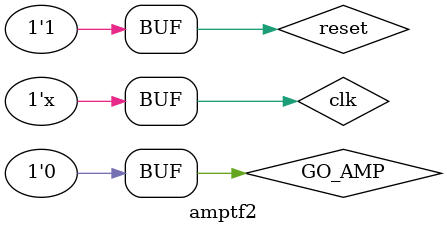
<source format=v>
`timescale 1ns / 1ps


module amptf2;

	// Inputs
	reg clk;
	reg reset;
	reg GO_AMP;

	// Outputs
	wire DONE_AMP;
	wire SPI_CLK_AMP;
	wire SPI_MOSI_AMP;
	wire AMP_CS;
	wire AMP_SHDN;

	// Instantiate the Unit Under Test (UUT)
	amp uut (
		.clk(clk), 
		.reset(reset), 
		.GO_AMP(GO_AMP), 
		.DONE_AMP(DONE_AMP), 
		.SPI_CLK_AMP(SPI_CLK_AMP), 
		.SPI_MOSI_AMP(SPI_MOSI_AMP), 
		.AMP_CS(AMP_CS), 
		.AMP_SHDN(AMP_SHDN)
	);

	always
	#5 clk = ~clk;
	initial begin
		// Initialize Inputs
		clk = 0;
		reset = 1;
		GO_AMP = 0;
		//#10 reset = 0;
		//#20 GO_AMP = 1; #10 GO_AMP = 0;
	end
	
      
endmodule


</source>
